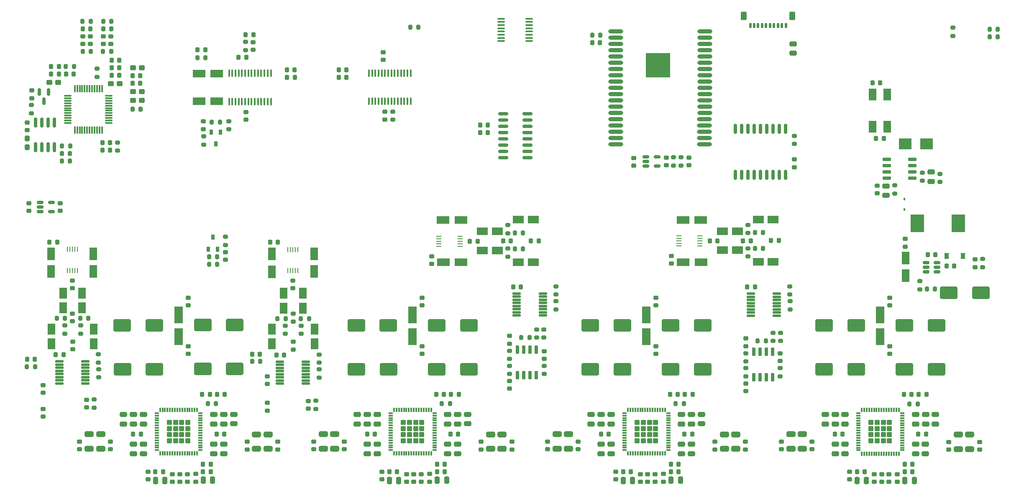
<source format=gbr>
%TF.GenerationSoftware,KiCad,Pcbnew,(6.0.4-0)*%
%TF.CreationDate,2022-05-25T01:46:17+02:00*%
%TF.ProjectId,decaVox,64656361-566f-4782-9e6b-696361645f70,rev?*%
%TF.SameCoordinates,Original*%
%TF.FileFunction,Paste,Top*%
%TF.FilePolarity,Positive*%
%FSLAX46Y46*%
G04 Gerber Fmt 4.6, Leading zero omitted, Abs format (unit mm)*
G04 Created by KiCad (PCBNEW (6.0.4-0)) date 2022-05-25 01:46:17*
%MOMM*%
%LPD*%
G01*
G04 APERTURE LIST*
G04 Aperture macros list*
%AMRoundRect*
0 Rectangle with rounded corners*
0 $1 Rounding radius*
0 $2 $3 $4 $5 $6 $7 $8 $9 X,Y pos of 4 corners*
0 Add a 4 corners polygon primitive as box body*
4,1,4,$2,$3,$4,$5,$6,$7,$8,$9,$2,$3,0*
0 Add four circle primitives for the rounded corners*
1,1,$1+$1,$2,$3*
1,1,$1+$1,$4,$5*
1,1,$1+$1,$6,$7*
1,1,$1+$1,$8,$9*
0 Add four rect primitives between the rounded corners*
20,1,$1+$1,$2,$3,$4,$5,0*
20,1,$1+$1,$4,$5,$6,$7,0*
20,1,$1+$1,$6,$7,$8,$9,0*
20,1,$1+$1,$8,$9,$2,$3,0*%
G04 Aperture macros list end*
%ADD10RoundRect,0.200000X-0.275000X0.200000X-0.275000X-0.200000X0.275000X-0.200000X0.275000X0.200000X0*%
%ADD11R,2.500000X2.300000*%
%ADD12R,0.450000X0.600000*%
%ADD13RoundRect,0.200000X-0.200000X-0.275000X0.200000X-0.275000X0.200000X0.275000X-0.200000X0.275000X0*%
%ADD14RoundRect,0.250000X-0.650000X0.325000X-0.650000X-0.325000X0.650000X-0.325000X0.650000X0.325000X0*%
%ADD15RoundRect,0.225000X0.225000X0.250000X-0.225000X0.250000X-0.225000X-0.250000X0.225000X-0.250000X0*%
%ADD16R,1.498600X2.489200*%
%ADD17RoundRect,0.250000X0.475000X-0.250000X0.475000X0.250000X-0.475000X0.250000X-0.475000X-0.250000X0*%
%ADD18RoundRect,0.250000X0.250000X0.475000X-0.250000X0.475000X-0.250000X-0.475000X0.250000X-0.475000X0*%
%ADD19RoundRect,0.225000X0.250000X-0.225000X0.250000X0.225000X-0.250000X0.225000X-0.250000X-0.225000X0*%
%ADD20RoundRect,0.250000X-0.312500X-0.275000X0.312500X-0.275000X0.312500X0.275000X-0.312500X0.275000X0*%
%ADD21RoundRect,0.100000X0.100000X-0.637500X0.100000X0.637500X-0.100000X0.637500X-0.100000X-0.637500X0*%
%ADD22RoundRect,0.225000X-0.225000X-0.250000X0.225000X-0.250000X0.225000X0.250000X-0.225000X0.250000X0*%
%ADD23RoundRect,0.150000X-0.512500X-0.150000X0.512500X-0.150000X0.512500X0.150000X-0.512500X0.150000X0*%
%ADD24RoundRect,0.218750X-0.218750X-0.256250X0.218750X-0.256250X0.218750X0.256250X-0.218750X0.256250X0*%
%ADD25RoundRect,0.020500X-0.799500X-0.184500X0.799500X-0.184500X0.799500X0.184500X-0.799500X0.184500X0*%
%ADD26RoundRect,0.250000X-0.475000X0.250000X-0.475000X-0.250000X0.475000X-0.250000X0.475000X0.250000X0*%
%ADD27RoundRect,0.225000X-0.250000X0.225000X-0.250000X-0.225000X0.250000X-0.225000X0.250000X0.225000X0*%
%ADD28RoundRect,0.200000X0.200000X0.275000X-0.200000X0.275000X-0.200000X-0.275000X0.200000X-0.275000X0*%
%ADD29RoundRect,0.250000X1.500000X1.000000X-1.500000X1.000000X-1.500000X-1.000000X1.500000X-1.000000X0*%
%ADD30RoundRect,0.250000X1.050000X0.550000X-1.050000X0.550000X-1.050000X-0.550000X1.050000X-0.550000X0*%
%ADD31RoundRect,0.250000X0.550000X-1.050000X0.550000X1.050000X-0.550000X1.050000X-0.550000X-1.050000X0*%
%ADD32RoundRect,0.250000X-1.500000X-1.000000X1.500000X-1.000000X1.500000X1.000000X-1.500000X1.000000X0*%
%ADD33RoundRect,0.250000X-0.550000X1.050000X-0.550000X-1.050000X0.550000X-1.050000X0.550000X1.050000X0*%
%ADD34RoundRect,0.200000X0.275000X-0.200000X0.275000X0.200000X-0.275000X0.200000X-0.275000X-0.200000X0*%
%ADD35RoundRect,0.250000X-1.050000X-0.550000X1.050000X-0.550000X1.050000X0.550000X-1.050000X0.550000X0*%
%ADD36RoundRect,0.250000X0.312500X0.275000X-0.312500X0.275000X-0.312500X-0.275000X0.312500X-0.275000X0*%
%ADD37R,1.800000X3.500000*%
%ADD38R,1.600000X2.200000*%
%ADD39RoundRect,0.218750X-0.256250X0.218750X-0.256250X-0.218750X0.256250X-0.218750X0.256250X0.218750X0*%
%ADD40R,1.100000X0.250000*%
%ADD41R,2.200000X1.600000*%
%ADD42RoundRect,0.250000X-0.250000X-0.475000X0.250000X-0.475000X0.250000X0.475000X-0.250000X0.475000X0*%
%ADD43RoundRect,0.250000X0.277694X0.277694X-0.277694X0.277694X-0.277694X-0.277694X0.277694X-0.277694X0*%
%ADD44RoundRect,0.075000X0.362500X0.075000X-0.362500X0.075000X-0.362500X-0.075000X0.362500X-0.075000X0*%
%ADD45RoundRect,0.075000X0.075000X0.362500X-0.075000X0.362500X-0.075000X-0.362500X0.075000X-0.362500X0*%
%ADD46RoundRect,0.150000X0.725000X0.150000X-0.725000X0.150000X-0.725000X-0.150000X0.725000X-0.150000X0*%
%ADD47R,0.700000X1.000000*%
%ADD48RoundRect,0.075000X-0.075000X0.662500X-0.075000X-0.662500X0.075000X-0.662500X0.075000X0.662500X0*%
%ADD49RoundRect,0.075000X-0.662500X0.075000X-0.662500X-0.075000X0.662500X-0.075000X0.662500X0.075000X0*%
%ADD50R,2.700000X3.600000*%
%ADD51RoundRect,0.150000X0.150000X-0.825000X0.150000X0.825000X-0.150000X0.825000X-0.150000X-0.825000X0*%
%ADD52RoundRect,0.100000X-0.637500X-0.100000X0.637500X-0.100000X0.637500X0.100000X-0.637500X0.100000X0*%
%ADD53R,0.250000X1.100000*%
%ADD54RoundRect,0.150000X0.150000X-0.725000X0.150000X0.725000X-0.150000X0.725000X-0.150000X-0.725000X0*%
%ADD55RoundRect,0.150000X-0.825000X-0.150000X0.825000X-0.150000X0.825000X0.150000X-0.825000X0.150000X0*%
%ADD56RoundRect,0.150000X-0.150000X0.587500X-0.150000X-0.587500X0.150000X-0.587500X0.150000X0.587500X0*%
%ADD57R,0.900000X1.200000*%
%ADD58RoundRect,0.150000X-0.150000X0.875000X-0.150000X-0.875000X0.150000X-0.875000X0.150000X0.875000X0*%
%ADD59RoundRect,0.125000X0.125000X0.375000X-0.125000X0.375000X-0.125000X-0.375000X0.125000X-0.375000X0*%
%ADD60RoundRect,0.250000X0.350000X0.600000X-0.350000X0.600000X-0.350000X-0.600000X0.350000X-0.600000X0*%
%ADD61RoundRect,0.218750X0.256250X-0.218750X0.256250X0.218750X-0.256250X0.218750X-0.256250X-0.218750X0*%
%ADD62O,3.000000X0.900000*%
%ADD63R,5.000000X5.000000*%
%ADD64RoundRect,0.250000X-0.275000X0.312500X-0.275000X-0.312500X0.275000X-0.312500X0.275000X0.312500X0*%
G04 APERTURE END LIST*
D10*
%TO.C,R7*%
X293400000Y-140575000D03*
X293400000Y-142225000D03*
%TD*%
D11*
%TO.C,D7*%
X290700000Y-134500000D03*
X286400000Y-134500000D03*
%TD*%
D12*
%TO.C,D3*%
X286200000Y-145700000D03*
X286200000Y-147800000D03*
%TD*%
D13*
%TO.C,R39*%
X115698000Y-134924800D03*
X117348000Y-134924800D03*
%TD*%
D14*
%TO.C,FB18*%
X218233600Y-193276400D03*
X218233600Y-196226400D03*
%TD*%
D15*
%TO.C,C222*%
X255092200Y-154127200D03*
X253542200Y-154127200D03*
%TD*%
D16*
%TO.C,L6*%
X282750000Y-124548800D03*
X282750000Y-131051200D03*
X279750000Y-124548800D03*
X279750000Y-131051200D03*
%TD*%
D14*
%TO.C,FB16*%
X215896800Y-193278200D03*
X215896800Y-196228200D03*
%TD*%
D17*
%TO.C,C145*%
X270154450Y-191221550D03*
X270154450Y-189321550D03*
%TD*%
D18*
%TO.C,C108*%
X183868150Y-202682600D03*
X181968150Y-202682600D03*
%TD*%
D19*
%TO.C,C214*%
X162433000Y-163743100D03*
X162433000Y-162193100D03*
%TD*%
D13*
%TO.C,R67*%
X255930400Y-155727400D03*
X257580400Y-155727400D03*
%TD*%
D20*
%TO.C,C57*%
X130098800Y-123926600D03*
X131873800Y-123926600D03*
%TD*%
D19*
%TO.C,C94*%
X141222850Y-167221900D03*
X141222850Y-165671900D03*
%TD*%
D21*
%TO.C,U8*%
X177816800Y-125925500D03*
X178466800Y-125925500D03*
X179116800Y-125925500D03*
X179766800Y-125925500D03*
X180416800Y-125925500D03*
X181066800Y-125925500D03*
X181716800Y-125925500D03*
X182366800Y-125925500D03*
X183016800Y-125925500D03*
X183666800Y-125925500D03*
X184316800Y-125925500D03*
X184966800Y-125925500D03*
X185616800Y-125925500D03*
X186266800Y-125925500D03*
X186266800Y-120200500D03*
X185616800Y-120200500D03*
X184966800Y-120200500D03*
X184316800Y-120200500D03*
X183666800Y-120200500D03*
X183016800Y-120200500D03*
X182366800Y-120200500D03*
X181716800Y-120200500D03*
X181066800Y-120200500D03*
X180416800Y-120200500D03*
X179766800Y-120200500D03*
X179116800Y-120200500D03*
X178466800Y-120200500D03*
X177816800Y-120200500D03*
%TD*%
D17*
%TO.C,C151*%
X274193050Y-197241350D03*
X274193050Y-195341350D03*
%TD*%
D22*
%TO.C,C146*%
X289013650Y-193294150D03*
X290563650Y-193294150D03*
%TD*%
D17*
%TO.C,C81*%
X130166750Y-191212000D03*
X130166750Y-189312000D03*
%TD*%
D23*
%TO.C,U4*%
X111258850Y-146354800D03*
X111258850Y-147304800D03*
X111258850Y-148254800D03*
X113533850Y-148254800D03*
X113533850Y-146354800D03*
%TD*%
D24*
%TO.C,FB23*%
X210616800Y-154152600D03*
X212191800Y-154152600D03*
%TD*%
D14*
%TO.C,FB19*%
X249780400Y-193330800D03*
X249780400Y-196280800D03*
%TD*%
D25*
%TO.C,U17*%
X115144800Y-178585400D03*
X115144800Y-179220400D03*
X115144800Y-179855400D03*
X115144800Y-180490400D03*
X115144800Y-181125400D03*
X115144800Y-181760400D03*
X115144800Y-182395400D03*
X115144800Y-183030400D03*
X120414800Y-183030400D03*
X120414800Y-182395400D03*
X120414800Y-181760400D03*
X120414800Y-181125400D03*
X120414800Y-180490400D03*
X120414800Y-179855400D03*
X120414800Y-179220400D03*
X120414800Y-178585400D03*
%TD*%
D26*
%TO.C,C242*%
X291642800Y-140199800D03*
X291642800Y-142099800D03*
%TD*%
D27*
%TO.C,C73*%
X138066150Y-201387200D03*
X138066150Y-202937200D03*
%TD*%
D22*
%TO.C,C37*%
X119912600Y-111277400D03*
X121462600Y-111277400D03*
%TD*%
D19*
%TO.C,C243*%
X280720800Y-144539000D03*
X280720800Y-142989000D03*
%TD*%
D17*
%TO.C,C130*%
X290474450Y-191221550D03*
X290474450Y-189321550D03*
%TD*%
D28*
%TO.C,R47*%
X147116800Y-157378400D03*
X145466800Y-157378400D03*
%TD*%
D10*
%TO.C,R78*%
X289864800Y-140348200D03*
X289864800Y-141998200D03*
%TD*%
D15*
%TO.C,C150*%
X273672650Y-193294150D03*
X272122650Y-193294150D03*
%TD*%
D24*
%TO.C,FB3*%
X161213800Y-119558600D03*
X162788800Y-119558600D03*
%TD*%
D19*
%TO.C,C18*%
X157276800Y-188520000D03*
X157276800Y-186970000D03*
%TD*%
D15*
%TO.C,C82*%
X131652950Y-193284600D03*
X130102950Y-193284600D03*
%TD*%
D13*
%TO.C,R66*%
X255930400Y-152501600D03*
X257580400Y-152501600D03*
%TD*%
%TO.C,R19*%
X154165800Y-178587400D03*
X155815800Y-178587400D03*
%TD*%
D29*
%TO.C,C120*%
X198036750Y-180125100D03*
X191536750Y-180125100D03*
%TD*%
D27*
%TO.C,C104*%
X190121550Y-201361200D03*
X190121550Y-202911200D03*
%TD*%
D28*
%TO.C,R44*%
X288893550Y-187145050D03*
X287243550Y-187145050D03*
%TD*%
D30*
%TO.C,C27*%
X147011800Y-120320600D03*
X143411800Y-120320600D03*
%TD*%
D31*
%TO.C,C6*%
X286461200Y-161210400D03*
X286461200Y-157610400D03*
%TD*%
D27*
%TO.C,C39*%
X125589800Y-112737600D03*
X125589800Y-114287600D03*
%TD*%
D32*
%TO.C,C153*%
X286190150Y-171250000D03*
X292690150Y-171250000D03*
%TD*%
D22*
%TO.C,C8*%
X200342200Y-132232400D03*
X201892200Y-132232400D03*
%TD*%
D33*
%TO.C,C200*%
X113512600Y-156782900D03*
X113512600Y-160382900D03*
%TD*%
D14*
%TO.C,FB14*%
X265564150Y-193288250D03*
X265564150Y-196238250D03*
%TD*%
D19*
%TO.C,C160*%
X301400000Y-196400000D03*
X301400000Y-194850000D03*
%TD*%
D29*
%TO.C,C121*%
X181750000Y-171300000D03*
X175250000Y-171300000D03*
%TD*%
D34*
%TO.C,R75*%
X149479000Y-131598200D03*
X149479000Y-129948200D03*
%TD*%
D17*
%TO.C,C149*%
X272186450Y-191221550D03*
X272186450Y-189321550D03*
%TD*%
D19*
%TO.C,C157*%
X267494550Y-196363450D03*
X267494550Y-194813450D03*
%TD*%
D22*
%TO.C,C197*%
X223049800Y-114050000D03*
X224599800Y-114050000D03*
%TD*%
D14*
%TO.C,FB5*%
X157428050Y-193331300D03*
X157428050Y-196281300D03*
%TD*%
D35*
%TO.C,C230*%
X192865600Y-158496000D03*
X196465600Y-158496000D03*
%TD*%
D19*
%TO.C,C14*%
X115342750Y-148079800D03*
X115342750Y-146529800D03*
%TD*%
D36*
%TO.C,C43*%
X127378000Y-122351800D03*
X125603000Y-122351800D03*
%TD*%
D15*
%TO.C,C2*%
X292481600Y-156967850D03*
X290931600Y-156967850D03*
%TD*%
D10*
%TO.C,R68*%
X215692200Y-163361000D03*
X215692200Y-165011000D03*
%TD*%
D34*
%TO.C,R30*%
X152882600Y-115519000D03*
X152882600Y-113869000D03*
%TD*%
D17*
%TO.C,C77*%
X128134750Y-191212000D03*
X128134750Y-189312000D03*
%TD*%
D22*
%TO.C,C67*%
X144237750Y-199355200D03*
X145787750Y-199355200D03*
%TD*%
D19*
%TO.C,C199*%
X237998000Y-138849400D03*
X237998000Y-137299400D03*
%TD*%
D37*
%TO.C,L3*%
X186648850Y-169136700D03*
X186648850Y-173536700D03*
%TD*%
D38*
%TO.C,C216*%
X160553400Y-164753700D03*
X160553400Y-167753700D03*
%TD*%
D27*
%TO.C,C10*%
X263906000Y-137692800D03*
X263906000Y-139242800D03*
%TD*%
D10*
%TO.C,R65*%
X254508000Y-155664400D03*
X254508000Y-157314400D03*
%TD*%
D19*
%TO.C,C144*%
X275127850Y-202451150D03*
X275127850Y-200901150D03*
%TD*%
D15*
%TO.C,C38*%
X118084600Y-120421400D03*
X116534600Y-120421400D03*
%TD*%
%TO.C,C133*%
X290659350Y-185265450D03*
X289109350Y-185265450D03*
%TD*%
D34*
%TO.C,R20*%
X206314600Y-181089200D03*
X206314600Y-179439200D03*
%TD*%
D15*
%TO.C,C19*%
X110182700Y-178155600D03*
X108632700Y-178155600D03*
%TD*%
D17*
%TO.C,C62*%
X148454750Y-191212000D03*
X148454750Y-189312000D03*
%TD*%
D39*
%TO.C,FB20*%
X117856000Y-174534100D03*
X117856000Y-176109100D03*
%TD*%
D13*
%TO.C,R38*%
X115673600Y-137972800D03*
X117323600Y-137972800D03*
%TD*%
D33*
%TO.C,C203*%
X122047000Y-156757500D03*
X122047000Y-160357500D03*
%TD*%
D22*
%TO.C,C36*%
X124078200Y-111252000D03*
X125628200Y-111252000D03*
%TD*%
D10*
%TO.C,R9*%
X302006000Y-157835600D03*
X302006000Y-159485600D03*
%TD*%
D17*
%TO.C,C95*%
X193779150Y-197231800D03*
X193779150Y-195331800D03*
%TD*%
D14*
%TO.C,FB8*%
X168564050Y-193280500D03*
X168564050Y-196230500D03*
%TD*%
D35*
%TO.C,C233*%
X192840200Y-149961600D03*
X196440200Y-149961600D03*
%TD*%
D13*
%TO.C,R22*%
X208664600Y-173685600D03*
X210314600Y-173685600D03*
%TD*%
D10*
%TO.C,R27*%
X211750200Y-172098600D03*
X211750200Y-173748600D03*
%TD*%
D19*
%TO.C,C212*%
X162483800Y-170470100D03*
X162483800Y-168920100D03*
%TD*%
D17*
%TO.C,C84*%
X132173350Y-191212000D03*
X132173350Y-189312000D03*
%TD*%
D13*
%TO.C,R29*%
X143104600Y-117069400D03*
X144754600Y-117069400D03*
%TD*%
D32*
%TO.C,C88*%
X127914450Y-180175900D03*
X134414450Y-180175900D03*
%TD*%
D40*
%TO.C,U22*%
X191956800Y-153228800D03*
X191956800Y-153728800D03*
X191956800Y-154228800D03*
X191956800Y-154728800D03*
X191956800Y-155228800D03*
X196256800Y-155228800D03*
X196256800Y-154728800D03*
X196256800Y-154228800D03*
X196256800Y-153728800D03*
X196256800Y-153228800D03*
%TD*%
D10*
%TO.C,R21*%
X206314600Y-176404400D03*
X206314600Y-178054400D03*
%TD*%
D34*
%TO.C,R28*%
X182651600Y-129629200D03*
X182651600Y-127979200D03*
%TD*%
D41*
%TO.C,C226*%
X249375800Y-156057600D03*
X252375800Y-156057600D03*
%TD*%
D27*
%TO.C,C50*%
X108610400Y-130185900D03*
X108610400Y-131735900D03*
%TD*%
D30*
%TO.C,C28*%
X147011800Y-125908600D03*
X143411800Y-125908600D03*
%TD*%
D28*
%TO.C,R36*%
X121524800Y-115773200D03*
X119874800Y-115773200D03*
%TD*%
D14*
%TO.C,FB10*%
X170900850Y-193278700D03*
X170900850Y-196228700D03*
%TD*%
D29*
%TO.C,C154*%
X292700050Y-180134650D03*
X286200050Y-180134650D03*
%TD*%
D14*
%TO.C,FB7*%
X155091250Y-193333100D03*
X155091250Y-196283100D03*
%TD*%
D22*
%TO.C,C101*%
X191594150Y-199355200D03*
X193144150Y-199355200D03*
%TD*%
D17*
%TO.C,C132*%
X288442450Y-191221550D03*
X288442450Y-189321550D03*
%TD*%
D15*
%TO.C,C207*%
X115989400Y-177226500D03*
X114439400Y-177226500D03*
%TD*%
D34*
%TO.C,R64*%
X254508000Y-152576800D03*
X254508000Y-150926800D03*
%TD*%
D14*
%TO.C,FB12*%
X263227350Y-193290050D03*
X263227350Y-196240050D03*
%TD*%
D15*
%TO.C,C227*%
X255943400Y-163474400D03*
X254393400Y-163474400D03*
%TD*%
D38*
%TO.C,C205*%
X119761000Y-164728300D03*
X119761000Y-167728300D03*
%TD*%
D22*
%TO.C,C4*%
X294728600Y-159207200D03*
X296278600Y-159207200D03*
%TD*%
%TO.C,C56*%
X129984200Y-122250200D03*
X131534200Y-122250200D03*
%TD*%
D27*
%TO.C,C139*%
X283083050Y-201383750D03*
X283083050Y-202933750D03*
%TD*%
%TO.C,C127*%
X188579250Y-175489300D03*
X188579250Y-177039300D03*
%TD*%
D17*
%TO.C,C98*%
X193779150Y-191212000D03*
X193779150Y-189312000D03*
%TD*%
D19*
%TO.C,C194*%
X254050000Y-196391800D03*
X254050000Y-194841800D03*
%TD*%
D27*
%TO.C,C15*%
X111887000Y-183349600D03*
X111887000Y-184899600D03*
%TD*%
D15*
%TO.C,C58*%
X131559600Y-127457200D03*
X130009600Y-127457200D03*
%TD*%
%TO.C,C20*%
X155765800Y-177088800D03*
X154215800Y-177088800D03*
%TD*%
D28*
%TO.C,R31*%
X125678200Y-109728000D03*
X124028200Y-109728000D03*
%TD*%
D10*
%TO.C,R50*%
X123083800Y-177138500D03*
X123083800Y-178788500D03*
%TD*%
%TO.C,R51*%
X123088400Y-180147500D03*
X123088400Y-181797500D03*
%TD*%
D22*
%TO.C,C46*%
X125753300Y-120675400D03*
X127303300Y-120675400D03*
%TD*%
D19*
%TO.C,C92*%
X159350000Y-196394100D03*
X159350000Y-194844100D03*
%TD*%
D23*
%TO.C,U1*%
X290569100Y-158557850D03*
X290569100Y-159507850D03*
X290569100Y-160457850D03*
X292844100Y-160457850D03*
X292844100Y-159507850D03*
X292844100Y-158557850D03*
%TD*%
D22*
%TO.C,C180*%
X241683100Y-193282300D03*
X243233100Y-193282300D03*
%TD*%
D10*
%TO.C,R54*%
X119456200Y-171282900D03*
X119456200Y-172932900D03*
%TD*%
D15*
%TO.C,C116*%
X179009350Y-193250000D03*
X177459350Y-193250000D03*
%TD*%
D32*
%TO.C,C156*%
X269934150Y-180185450D03*
X276434150Y-180185450D03*
%TD*%
D15*
%TO.C,C237*%
X208597800Y-163449000D03*
X207047800Y-163449000D03*
%TD*%
D22*
%TO.C,C52*%
X123875000Y-134289800D03*
X125425000Y-134289800D03*
%TD*%
D29*
%TO.C,C155*%
X276434150Y-171300000D03*
X269934150Y-171300000D03*
%TD*%
D39*
%TO.C,D6*%
X144297800Y-129977400D03*
X144297800Y-131552400D03*
%TD*%
D17*
%TO.C,C147*%
X292481050Y-191206350D03*
X292481050Y-189306350D03*
%TD*%
D42*
%TO.C,C69*%
X144289150Y-202631800D03*
X146189150Y-202631800D03*
%TD*%
D10*
%TO.C,R56*%
X167737000Y-177163900D03*
X167737000Y-178813900D03*
%TD*%
D15*
%TO.C,C184*%
X226342100Y-193250000D03*
X224792100Y-193250000D03*
%TD*%
D10*
%TO.C,R10*%
X296000000Y-111000000D03*
X296000000Y-112650000D03*
%TD*%
D15*
%TO.C,C240*%
X281276000Y-122161200D03*
X279726000Y-122161200D03*
%TD*%
D41*
%TO.C,C225*%
X249375800Y-152196800D03*
X252375800Y-152196800D03*
%TD*%
D10*
%TO.C,R14*%
X261077000Y-179927800D03*
X261077000Y-181577800D03*
%TD*%
D34*
%TO.C,R23*%
X122199400Y-187933600D03*
X122199400Y-186283600D03*
%TD*%
D15*
%TO.C,C201*%
X114731800Y-154417300D03*
X113181800Y-154417300D03*
%TD*%
D17*
%TO.C,C113*%
X197817750Y-191196800D03*
X197817750Y-189296800D03*
%TD*%
D19*
%TO.C,C124*%
X166633650Y-196341500D03*
X166633650Y-194791500D03*
%TD*%
%TO.C,C110*%
X180464550Y-202441600D03*
X180464550Y-200891600D03*
%TD*%
D43*
%TO.C,U11*%
X187269650Y-190920350D03*
X187269650Y-194632850D03*
X184794650Y-194632850D03*
X184794650Y-192157850D03*
X186032150Y-193395350D03*
X188507150Y-194632850D03*
X186032150Y-192157850D03*
X187269650Y-193395350D03*
X188507150Y-193395350D03*
X184794650Y-190920350D03*
X187269650Y-192157850D03*
X184794650Y-193395350D03*
X186032150Y-194632850D03*
X186032150Y-190920350D03*
X188507150Y-190920350D03*
X188507150Y-192157850D03*
D44*
X191088400Y-196526600D03*
X191088400Y-196026600D03*
X191088400Y-195526600D03*
X191088400Y-195026600D03*
X191088400Y-194526600D03*
X191088400Y-194026600D03*
X191088400Y-193526600D03*
X191088400Y-193026600D03*
X191088400Y-192526600D03*
X191088400Y-192026600D03*
X191088400Y-191526600D03*
X191088400Y-191026600D03*
X191088400Y-190526600D03*
X191088400Y-190026600D03*
X191088400Y-189526600D03*
X191088400Y-189026600D03*
D45*
X190400900Y-188339100D03*
X189900900Y-188339100D03*
X189400900Y-188339100D03*
X188900900Y-188339100D03*
X188400900Y-188339100D03*
X187900900Y-188339100D03*
X187400900Y-188339100D03*
X186900900Y-188339100D03*
X186400900Y-188339100D03*
X185900900Y-188339100D03*
X185400900Y-188339100D03*
X184900900Y-188339100D03*
X184400900Y-188339100D03*
X183900900Y-188339100D03*
X183400900Y-188339100D03*
X182900900Y-188339100D03*
D44*
X182213400Y-189026600D03*
X182213400Y-189526600D03*
X182213400Y-190026600D03*
X182213400Y-190526600D03*
X182213400Y-191026600D03*
X182213400Y-191526600D03*
X182213400Y-192026600D03*
X182213400Y-192526600D03*
X182213400Y-193026600D03*
X182213400Y-193526600D03*
X182213400Y-194026600D03*
X182213400Y-194526600D03*
X182213400Y-195026600D03*
X182213400Y-195526600D03*
X182213400Y-196026600D03*
X182213400Y-196526600D03*
D45*
X182900900Y-197214100D03*
X183400900Y-197214100D03*
X183900900Y-197214100D03*
X184400900Y-197214100D03*
X184900900Y-197214100D03*
X185400900Y-197214100D03*
X185900900Y-197214100D03*
X186400900Y-197214100D03*
X186900900Y-197214100D03*
X187400900Y-197214100D03*
X187900900Y-197214100D03*
X188400900Y-197214100D03*
X188900900Y-197214100D03*
X189400900Y-197214100D03*
X189900900Y-197214100D03*
X190400900Y-197214100D03*
%TD*%
D39*
%TO.C,FB21*%
X162509200Y-174559500D03*
X162509200Y-176134500D03*
%TD*%
D13*
%TO.C,R17*%
X256506000Y-174365000D03*
X258156000Y-174365000D03*
%TD*%
D46*
%TO.C,Q4*%
X287817000Y-141452600D03*
X287817000Y-140182600D03*
X287817000Y-138912600D03*
X287817000Y-137642600D03*
X282667000Y-137642600D03*
X282667000Y-138912600D03*
X282667000Y-140182600D03*
X282667000Y-141452600D03*
%TD*%
D38*
%TO.C,C215*%
X164414200Y-164753700D03*
X164414200Y-167753700D03*
%TD*%
D19*
%TO.C,C26*%
X152900000Y-129650000D03*
X152900000Y-128100000D03*
%TD*%
D13*
%TO.C,R72*%
X207365600Y-152552400D03*
X209015600Y-152552400D03*
%TD*%
D27*
%TO.C,C24*%
X206314600Y-173418600D03*
X206314600Y-174968600D03*
%TD*%
D37*
%TO.C,L2*%
X139292450Y-169136700D03*
X139292450Y-173536700D03*
%TD*%
D19*
%TO.C,C106*%
X186921150Y-202924800D03*
X186921150Y-201374800D03*
%TD*%
D22*
%TO.C,C44*%
X125766300Y-117627400D03*
X127316300Y-117627400D03*
%TD*%
D13*
%TO.C,R52*%
X119381000Y-169860500D03*
X121031000Y-169860500D03*
%TD*%
D22*
%TO.C,C112*%
X194350350Y-193284600D03*
X195900350Y-193284600D03*
%TD*%
D10*
%TO.C,R6*%
X239495880Y-137250136D03*
X239495880Y-138900136D03*
%TD*%
D27*
%TO.C,C13*%
X261077000Y-176942800D03*
X261077000Y-178492800D03*
%TD*%
%TO.C,C29*%
X180670200Y-115938000D03*
X180670200Y-117488000D03*
%TD*%
D14*
%TO.C,FB11*%
X202447650Y-193333100D03*
X202447650Y-196283100D03*
%TD*%
D10*
%TO.C,R11*%
X263906000Y-132880600D03*
X263906000Y-134530600D03*
%TD*%
D19*
%TO.C,C193*%
X247850000Y-196391800D03*
X247850000Y-194841800D03*
%TD*%
D28*
%TO.C,R43*%
X194230250Y-187135500D03*
X192580250Y-187135500D03*
%TD*%
D17*
%TO.C,C181*%
X245150500Y-191194500D03*
X245150500Y-189294500D03*
%TD*%
D19*
%TO.C,C140*%
X281584450Y-202934350D03*
X281584450Y-201384350D03*
%TD*%
D15*
%TO.C,C211*%
X159385000Y-154442700D03*
X157835000Y-154442700D03*
%TD*%
D47*
%TO.C,Q3*%
X147802600Y-132157000D03*
X145902600Y-132157000D03*
X146852600Y-134557000D03*
%TD*%
D19*
%TO.C,C17*%
X111861600Y-189725600D03*
X111861600Y-188175600D03*
%TD*%
D28*
%TO.C,R42*%
X146873850Y-187135500D03*
X145223850Y-187135500D03*
%TD*%
D22*
%TO.C,C169*%
X238926900Y-199352900D03*
X240476900Y-199352900D03*
%TD*%
D36*
%TO.C,C45*%
X114945900Y-122097800D03*
X113170900Y-122097800D03*
%TD*%
D43*
%TO.C,U13*%
X233364900Y-193393050D03*
X235839900Y-192155550D03*
X233364900Y-194630550D03*
X232127400Y-193393050D03*
X234602400Y-193393050D03*
X235839900Y-190918050D03*
X234602400Y-192155550D03*
X234602400Y-194630550D03*
X235839900Y-193393050D03*
X232127400Y-192155550D03*
X232127400Y-194630550D03*
X234602400Y-190918050D03*
X235839900Y-194630550D03*
X232127400Y-190918050D03*
X233364900Y-190918050D03*
X233364900Y-192155550D03*
D44*
X238421150Y-196524300D03*
X238421150Y-196024300D03*
X238421150Y-195524300D03*
X238421150Y-195024300D03*
X238421150Y-194524300D03*
X238421150Y-194024300D03*
X238421150Y-193524300D03*
X238421150Y-193024300D03*
X238421150Y-192524300D03*
X238421150Y-192024300D03*
X238421150Y-191524300D03*
X238421150Y-191024300D03*
X238421150Y-190524300D03*
X238421150Y-190024300D03*
X238421150Y-189524300D03*
X238421150Y-189024300D03*
D45*
X237733650Y-188336800D03*
X237233650Y-188336800D03*
X236733650Y-188336800D03*
X236233650Y-188336800D03*
X235733650Y-188336800D03*
X235233650Y-188336800D03*
X234733650Y-188336800D03*
X234233650Y-188336800D03*
X233733650Y-188336800D03*
X233233650Y-188336800D03*
X232733650Y-188336800D03*
X232233650Y-188336800D03*
X231733650Y-188336800D03*
X231233650Y-188336800D03*
X230733650Y-188336800D03*
X230233650Y-188336800D03*
D44*
X229546150Y-189024300D03*
X229546150Y-189524300D03*
X229546150Y-190024300D03*
X229546150Y-190524300D03*
X229546150Y-191024300D03*
X229546150Y-191524300D03*
X229546150Y-192024300D03*
X229546150Y-192524300D03*
X229546150Y-193024300D03*
X229546150Y-193524300D03*
X229546150Y-194024300D03*
X229546150Y-194524300D03*
X229546150Y-195024300D03*
X229546150Y-195524300D03*
X229546150Y-196024300D03*
X229546150Y-196524300D03*
D45*
X230233650Y-197211800D03*
X230733650Y-197211800D03*
X231233650Y-197211800D03*
X231733650Y-197211800D03*
X232233650Y-197211800D03*
X232733650Y-197211800D03*
X233233650Y-197211800D03*
X233733650Y-197211800D03*
X234233650Y-197211800D03*
X234733650Y-197211800D03*
X235233650Y-197211800D03*
X235733650Y-197211800D03*
X236233650Y-197211800D03*
X236733650Y-197211800D03*
X237233650Y-197211800D03*
X237733650Y-197211800D03*
%TD*%
D17*
%TO.C,C164*%
X243143900Y-191209700D03*
X243143900Y-189309700D03*
%TD*%
D34*
%TO.C,R49*%
X148793200Y-154990800D03*
X148793200Y-153340800D03*
%TD*%
D24*
%TO.C,FB1*%
X200329700Y-130708400D03*
X201904700Y-130708400D03*
%TD*%
D17*
%TO.C,C186*%
X226862500Y-191209700D03*
X226862500Y-189309700D03*
%TD*%
%TO.C,C79*%
X150461350Y-191196800D03*
X150461350Y-189296800D03*
%TD*%
D38*
%TO.C,C219*%
X158191200Y-175019500D03*
X158191200Y-172019500D03*
%TD*%
D27*
%TO.C,C70*%
X142765150Y-201361200D03*
X142765150Y-202911200D03*
%TD*%
D41*
%TO.C,C236*%
X200811000Y-156108400D03*
X203811000Y-156108400D03*
%TD*%
D19*
%TO.C,C162*%
X283242550Y-167231450D03*
X283242550Y-165681450D03*
%TD*%
D33*
%TO.C,C213*%
X166700200Y-156782900D03*
X166700200Y-160382900D03*
%TD*%
D10*
%TO.C,R57*%
X167741600Y-180172900D03*
X167741600Y-181822900D03*
%TD*%
D32*
%TO.C,C122*%
X175270850Y-180175900D03*
X181770850Y-180175900D03*
%TD*%
D17*
%TO.C,C63*%
X148429350Y-197221600D03*
X148429350Y-195321600D03*
%TD*%
D19*
%TO.C,C174*%
X234253900Y-202922500D03*
X234253900Y-201372500D03*
%TD*%
D10*
%TO.C,R24*%
X167030400Y-186525400D03*
X167030400Y-188175400D03*
%TD*%
D27*
%TO.C,C40*%
X124091200Y-112737600D03*
X124091200Y-114287600D03*
%TD*%
D34*
%TO.C,R34*%
X122783600Y-120941600D03*
X122783600Y-119291600D03*
%TD*%
D17*
%TO.C,C163*%
X241111900Y-197229500D03*
X241111900Y-195329500D03*
%TD*%
D14*
%TO.C,FB15*%
X297110950Y-193342650D03*
X297110950Y-196292650D03*
%TD*%
D27*
%TO.C,C16*%
X157276800Y-181584600D03*
X157276800Y-183134600D03*
%TD*%
D34*
%TO.C,R37*%
X109524800Y-128306800D03*
X109524800Y-126656800D03*
%TD*%
D48*
%TO.C,IC1*%
X123781000Y-123370900D03*
X123281000Y-123370900D03*
X122781000Y-123370900D03*
X122281000Y-123370900D03*
X121781000Y-123370900D03*
X121281000Y-123370900D03*
X120781000Y-123370900D03*
X120281000Y-123370900D03*
X119781000Y-123370900D03*
X119281000Y-123370900D03*
X118781000Y-123370900D03*
X118281000Y-123370900D03*
D49*
X116868500Y-124783400D03*
X116868500Y-125283400D03*
X116868500Y-125783400D03*
X116868500Y-126283400D03*
X116868500Y-126783400D03*
X116868500Y-127283400D03*
X116868500Y-127783400D03*
X116868500Y-128283400D03*
X116868500Y-128783400D03*
X116868500Y-129283400D03*
X116868500Y-129783400D03*
X116868500Y-130283400D03*
D48*
X118281000Y-131695900D03*
X118781000Y-131695900D03*
X119281000Y-131695900D03*
X119781000Y-131695900D03*
X120281000Y-131695900D03*
X120781000Y-131695900D03*
X121281000Y-131695900D03*
X121781000Y-131695900D03*
X122281000Y-131695900D03*
X122781000Y-131695900D03*
X123281000Y-131695900D03*
X123781000Y-131695900D03*
D49*
X125193500Y-130283400D03*
X125193500Y-129783400D03*
X125193500Y-129283400D03*
X125193500Y-128783400D03*
X125193500Y-128283400D03*
X125193500Y-127783400D03*
X125193500Y-127283400D03*
X125193500Y-126783400D03*
X125193500Y-126283400D03*
X125193500Y-125783400D03*
X125193500Y-125283400D03*
X125193500Y-124783400D03*
%TD*%
D28*
%TO.C,R53*%
X116293400Y-169860500D03*
X114643400Y-169860500D03*
%TD*%
D17*
%TO.C,C96*%
X195811150Y-191212000D03*
X195811150Y-189312000D03*
%TD*%
D15*
%TO.C,C217*%
X160642600Y-177251900D03*
X159092600Y-177251900D03*
%TD*%
D19*
%TO.C,C31*%
X181076600Y-129578400D03*
X181076600Y-128028400D03*
%TD*%
D10*
%TO.C,R25*%
X213325000Y-179439200D03*
X213325000Y-181089200D03*
%TD*%
D32*
%TO.C,C187*%
X238850000Y-171250000D03*
X245350000Y-171250000D03*
%TD*%
D25*
%TO.C,U19*%
X159798000Y-178610800D03*
X159798000Y-179245800D03*
X159798000Y-179880800D03*
X159798000Y-180515800D03*
X159798000Y-181150800D03*
X159798000Y-181785800D03*
X159798000Y-182420800D03*
X159798000Y-183055800D03*
X165068000Y-183055800D03*
X165068000Y-182420800D03*
X165068000Y-181785800D03*
X165068000Y-181150800D03*
X165068000Y-180515800D03*
X165068000Y-179880800D03*
X165068000Y-179245800D03*
X165068000Y-178610800D03*
%TD*%
D19*
%TO.C,C90*%
X119277250Y-196341500D03*
X119277250Y-194791500D03*
%TD*%
D14*
%TO.C,FB13*%
X299447750Y-193340850D03*
X299447750Y-196290850D03*
%TD*%
D27*
%TO.C,C221*%
X239064800Y-157226000D03*
X239064800Y-158776000D03*
%TD*%
%TO.C,C23*%
X213325000Y-176478800D03*
X213325000Y-178028800D03*
%TD*%
D19*
%TO.C,C30*%
X206314600Y-184087200D03*
X206314600Y-182537200D03*
%TD*%
D22*
%TO.C,C49*%
X113512000Y-118872000D03*
X115062000Y-118872000D03*
%TD*%
D27*
%TO.C,C71*%
X141063350Y-201374200D03*
X141063350Y-202924200D03*
%TD*%
D15*
%TO.C,C224*%
X248365200Y-154178000D03*
X246815200Y-154178000D03*
%TD*%
D19*
%TO.C,C204*%
X117779800Y-163717700D03*
X117779800Y-162167700D03*
%TD*%
D18*
%TO.C,C142*%
X278531450Y-202692150D03*
X276631450Y-202692150D03*
%TD*%
%TO.C,C176*%
X231200900Y-202680300D03*
X229300900Y-202680300D03*
%TD*%
D50*
%TO.C,L1*%
X297113600Y-150571200D03*
X288813600Y-150571200D03*
%TD*%
D10*
%TO.C,R69*%
X215696800Y-166370000D03*
X215696800Y-168020000D03*
%TD*%
%TO.C,R71*%
X205943200Y-155715200D03*
X205943200Y-157365200D03*
%TD*%
D27*
%TO.C,C41*%
X121449600Y-112763000D03*
X121449600Y-114313000D03*
%TD*%
D35*
%TO.C,C220*%
X241430400Y-158445200D03*
X245030400Y-158445200D03*
%TD*%
D19*
%TO.C,C128*%
X188579250Y-167221900D03*
X188579250Y-165671900D03*
%TD*%
D37*
%TO.C,L5*%
X233981600Y-169134400D03*
X233981600Y-173534400D03*
%TD*%
D22*
%TO.C,C32*%
X171716400Y-121031000D03*
X173266400Y-121031000D03*
%TD*%
D27*
%TO.C,C1*%
X300482000Y-157911200D03*
X300482000Y-159461200D03*
%TD*%
D22*
%TO.C,C78*%
X146993950Y-193284600D03*
X148543950Y-193284600D03*
%TD*%
D17*
%TO.C,C179*%
X222823900Y-191209700D03*
X222823900Y-189309700D03*
%TD*%
D10*
%TO.C,R41*%
X126910600Y-134226800D03*
X126910600Y-135876800D03*
%TD*%
D17*
%TO.C,C185*%
X226862500Y-197229500D03*
X226862500Y-195329500D03*
%TD*%
D41*
%TO.C,C238*%
X211076800Y-149860000D03*
X208076800Y-149860000D03*
%TD*%
D22*
%TO.C,C170*%
X238756800Y-185253600D03*
X240306800Y-185253600D03*
%TD*%
D27*
%TO.C,C11*%
X254092000Y-173920200D03*
X254092000Y-175470200D03*
%TD*%
D23*
%TO.C,U15*%
X233863300Y-137124400D03*
X233863300Y-138074400D03*
X233863300Y-139024400D03*
X236138300Y-139024400D03*
X236138300Y-137124400D03*
%TD*%
D25*
%TO.C,U23*%
X207753200Y-164807900D03*
X207753200Y-165442900D03*
X207753200Y-166077900D03*
X207753200Y-166712900D03*
X207753200Y-167347900D03*
X207753200Y-167982900D03*
X207753200Y-168617900D03*
X207753200Y-169252900D03*
X213023200Y-169252900D03*
X213023200Y-168617900D03*
X213023200Y-167982900D03*
X213023200Y-167347900D03*
X213023200Y-166712900D03*
X213023200Y-166077900D03*
X213023200Y-165442900D03*
X213023200Y-164807900D03*
%TD*%
D17*
%TO.C,C83*%
X132173350Y-197231800D03*
X132173350Y-195331800D03*
%TD*%
D38*
%TO.C,C209*%
X113538000Y-174994100D03*
X113538000Y-171994100D03*
%TD*%
D25*
%TO.C,U21*%
X255098800Y-164833300D03*
X255098800Y-165468300D03*
X255098800Y-166103300D03*
X255098800Y-166738300D03*
X255098800Y-167373300D03*
X255098800Y-168008300D03*
X255098800Y-168643300D03*
X255098800Y-169278300D03*
X260368800Y-169278300D03*
X260368800Y-168643300D03*
X260368800Y-168008300D03*
X260368800Y-167373300D03*
X260368800Y-166738300D03*
X260368800Y-166103300D03*
X260368800Y-165468300D03*
X260368800Y-164833300D03*
%TD*%
D22*
%TO.C,C100*%
X191594750Y-200879200D03*
X193144750Y-200879200D03*
%TD*%
D32*
%TO.C,C7*%
X295190100Y-164642800D03*
X301690100Y-164642800D03*
%TD*%
D10*
%TO.C,R76*%
X144348600Y-133001000D03*
X144348600Y-134651000D03*
%TD*%
D17*
%TO.C,C182*%
X224855900Y-197239700D03*
X224855900Y-195339700D03*
%TD*%
D51*
%TO.C,IC2*%
X110337600Y-135190000D03*
X111607600Y-135190000D03*
X112877600Y-135190000D03*
X114147600Y-135190000D03*
X114147600Y-130240000D03*
X112877600Y-130240000D03*
X111607600Y-130240000D03*
X110337600Y-130240000D03*
%TD*%
D13*
%TO.C,R35*%
X124016000Y-115773200D03*
X125666000Y-115773200D03*
%TD*%
D27*
%TO.C,C231*%
X190500000Y-157276800D03*
X190500000Y-158826800D03*
%TD*%
D17*
%TO.C,C111*%
X175491150Y-191212000D03*
X175491150Y-189312000D03*
%TD*%
D52*
%TO.C,U7*%
X204553900Y-109180200D03*
X204553900Y-109830200D03*
X204553900Y-110480200D03*
X204553900Y-111130200D03*
X204553900Y-111780200D03*
X204553900Y-112430200D03*
X204553900Y-113080200D03*
X204553900Y-113730200D03*
X210278900Y-113730200D03*
X210278900Y-113080200D03*
X210278900Y-112430200D03*
X210278900Y-111780200D03*
X210278900Y-111130200D03*
X210278900Y-110480200D03*
X210278900Y-109830200D03*
X210278900Y-109180200D03*
%TD*%
D10*
%TO.C,R13*%
X261102400Y-172778000D03*
X261102400Y-174428000D03*
%TD*%
D29*
%TO.C,C86*%
X150680350Y-180050000D03*
X144180350Y-180050000D03*
%TD*%
D27*
%TO.C,C198*%
X231387500Y-137363200D03*
X231387500Y-138913200D03*
%TD*%
D28*
%TO.C,R4*%
X305105700Y-112874000D03*
X303455700Y-112874000D03*
%TD*%
D53*
%TO.C,U16*%
X118779800Y-155874100D03*
X118279800Y-155874100D03*
X117779800Y-155874100D03*
X117279800Y-155874100D03*
X116779800Y-155874100D03*
X116779800Y-160174100D03*
X117279800Y-160174100D03*
X117779800Y-160174100D03*
X118279800Y-160174100D03*
X118779800Y-160174100D03*
%TD*%
D39*
%TO.C,D1*%
X242594680Y-137287736D03*
X242594680Y-138862736D03*
%TD*%
D17*
%TO.C,C244*%
X282498800Y-144932400D03*
X282498800Y-143032400D03*
%TD*%
D54*
%TO.C,U5*%
X255692200Y-181791400D03*
X256962200Y-181791400D03*
X258232200Y-181791400D03*
X259502200Y-181791400D03*
X259502200Y-176641400D03*
X258232200Y-176641400D03*
X256962200Y-176641400D03*
X255692200Y-176641400D03*
%TD*%
D28*
%TO.C,R45*%
X241563000Y-187133200D03*
X239913000Y-187133200D03*
%TD*%
D19*
%TO.C,C191*%
X220164000Y-196351600D03*
X220164000Y-194801600D03*
%TD*%
D15*
%TO.C,C232*%
X206527400Y-154178000D03*
X204977400Y-154178000D03*
%TD*%
D13*
%TO.C,R40*%
X115672600Y-136448800D03*
X117322600Y-136448800D03*
%TD*%
D15*
%TO.C,C54*%
X125412000Y-135813800D03*
X123862000Y-135813800D03*
%TD*%
D41*
%TO.C,C228*%
X259641600Y-149809200D03*
X256641600Y-149809200D03*
%TD*%
D13*
%TO.C,R73*%
X207365600Y-155778200D03*
X209015600Y-155778200D03*
%TD*%
D19*
%TO.C,C202*%
X117830600Y-170444700D03*
X117830600Y-168894700D03*
%TD*%
D17*
%TO.C,C131*%
X290449050Y-197231150D03*
X290449050Y-195331150D03*
%TD*%
D22*
%TO.C,C75*%
X134598750Y-200930000D03*
X136148750Y-200930000D03*
%TD*%
D15*
%TO.C,C47*%
X127303900Y-119151400D03*
X125753900Y-119151400D03*
%TD*%
D55*
%TO.C,U2*%
X204992200Y-128397000D03*
X204992200Y-129667000D03*
X204992200Y-130937000D03*
X204992200Y-132207000D03*
X204992200Y-133477000D03*
X204992200Y-134747000D03*
X204992200Y-136017000D03*
X204992200Y-137287000D03*
X209942200Y-137287000D03*
X209942200Y-136017000D03*
X209942200Y-134747000D03*
X209942200Y-133477000D03*
X209942200Y-132207000D03*
X209942200Y-130937000D03*
X209942200Y-129667000D03*
X209942200Y-128397000D03*
%TD*%
D18*
%TO.C,C74*%
X136535200Y-202692000D03*
X134635200Y-202692000D03*
%TD*%
D32*
%TO.C,C119*%
X191526850Y-171250000D03*
X198026850Y-171250000D03*
%TD*%
D17*
%TO.C,C115*%
X177523150Y-191212000D03*
X177523150Y-189312000D03*
%TD*%
D13*
%TO.C,R5*%
X290767000Y-163880800D03*
X292417000Y-163880800D03*
%TD*%
D15*
%TO.C,C241*%
X282025000Y-133400000D03*
X280475000Y-133400000D03*
%TD*%
D29*
%TO.C,C189*%
X229103600Y-171300000D03*
X222603600Y-171300000D03*
%TD*%
D22*
%TO.C,C135*%
X286257450Y-199364750D03*
X287807450Y-199364750D03*
%TD*%
%TO.C,C177*%
X229287900Y-200927700D03*
X230837900Y-200927700D03*
%TD*%
D19*
%TO.C,C123*%
X172831250Y-196353900D03*
X172831250Y-194803900D03*
%TD*%
D17*
%TO.C,C80*%
X130166750Y-197242000D03*
X130166750Y-195342000D03*
%TD*%
D27*
%TO.C,C59*%
X109550000Y-123725000D03*
X109550000Y-125275000D03*
%TD*%
D19*
%TO.C,C9*%
X254092000Y-184563400D03*
X254092000Y-183013400D03*
%TD*%
D27*
%TO.C,C172*%
X237454300Y-201358900D03*
X237454300Y-202908900D03*
%TD*%
D13*
%TO.C,R48*%
X145466800Y-158902400D03*
X147116800Y-158902400D03*
%TD*%
D17*
%TO.C,C183*%
X224855900Y-191209700D03*
X224855900Y-189309700D03*
%TD*%
D10*
%TO.C,R61*%
X160883600Y-171308300D03*
X160883600Y-172958300D03*
%TD*%
D27*
%TO.C,C175*%
X232755300Y-201384900D03*
X232755300Y-202934900D03*
%TD*%
D17*
%TO.C,C152*%
X274193050Y-191221550D03*
X274193050Y-189321550D03*
%TD*%
D10*
%TO.C,R16*%
X254092000Y-176918200D03*
X254092000Y-178568200D03*
%TD*%
D20*
%TO.C,C60*%
X130088200Y-125755400D03*
X131863200Y-125755400D03*
%TD*%
D10*
%TO.C,R60*%
X164109400Y-171308300D03*
X164109400Y-172958300D03*
%TD*%
D56*
%TO.C,Q1*%
X112983650Y-124036250D03*
X111083650Y-124036250D03*
X112033650Y-125911250D03*
%TD*%
D27*
%TO.C,C3*%
X286359600Y-153758600D03*
X286359600Y-155308600D03*
%TD*%
D42*
%TO.C,C103*%
X191645550Y-202631800D03*
X193545550Y-202631800D03*
%TD*%
D15*
%TO.C,C65*%
X148639650Y-185255900D03*
X147089650Y-185255900D03*
%TD*%
D17*
%TO.C,C118*%
X179529750Y-191212000D03*
X179529750Y-189312000D03*
%TD*%
D19*
%TO.C,C91*%
X153150000Y-196394100D03*
X153150000Y-194844100D03*
%TD*%
D15*
%TO.C,C234*%
X199800400Y-154228800D03*
X198250400Y-154228800D03*
%TD*%
D14*
%TO.C,FB17*%
X252117200Y-193329000D03*
X252117200Y-196279000D03*
%TD*%
D19*
%TO.C,C126*%
X206750000Y-196394100D03*
X206750000Y-194844100D03*
%TD*%
D27*
%TO.C,C105*%
X188419750Y-201374200D03*
X188419750Y-202924200D03*
%TD*%
D14*
%TO.C,FB9*%
X204784450Y-193331300D03*
X204784450Y-196281300D03*
%TD*%
D34*
%TO.C,R70*%
X205943200Y-152627600D03*
X205943200Y-150977600D03*
%TD*%
D27*
%TO.C,C161*%
X283242550Y-175498850D03*
X283242550Y-177048850D03*
%TD*%
D22*
%TO.C,C55*%
X129971200Y-120726200D03*
X131521200Y-120726200D03*
%TD*%
D14*
%TO.C,FB6*%
X123544450Y-193278700D03*
X123544450Y-196228700D03*
%TD*%
D27*
%TO.C,C22*%
X165531800Y-186575400D03*
X165531800Y-188125400D03*
%TD*%
D29*
%TO.C,C87*%
X134400000Y-171300000D03*
X127900000Y-171300000D03*
%TD*%
D28*
%TO.C,R3*%
X305117900Y-111350000D03*
X303467900Y-111350000D03*
%TD*%
D22*
%TO.C,C66*%
X144238350Y-200879200D03*
X145788350Y-200879200D03*
%TD*%
%TO.C,C168*%
X238927500Y-200876900D03*
X240477500Y-200876900D03*
%TD*%
D34*
%TO.C,R15*%
X254092000Y-181590800D03*
X254092000Y-179940800D03*
%TD*%
D15*
%TO.C,C99*%
X195996050Y-185255900D03*
X194446050Y-185255900D03*
%TD*%
D32*
%TO.C,C85*%
X144170450Y-171200000D03*
X150670450Y-171200000D03*
%TD*%
D27*
%TO.C,C93*%
X141222850Y-175489300D03*
X141222850Y-177039300D03*
%TD*%
D10*
%TO.C,R26*%
X213248800Y-172098600D03*
X213248800Y-173748600D03*
%TD*%
D42*
%TO.C,C137*%
X286308850Y-202641350D03*
X288208850Y-202641350D03*
%TD*%
D19*
%TO.C,C158*%
X261296950Y-196351050D03*
X261296950Y-194801050D03*
%TD*%
D13*
%TO.C,R74*%
X146012800Y-130079000D03*
X147662800Y-130079000D03*
%TD*%
D19*
%TO.C,C72*%
X139564750Y-202924800D03*
X139564750Y-201374800D03*
%TD*%
D21*
%TO.C,U9*%
X149521200Y-125977100D03*
X150171200Y-125977100D03*
X150821200Y-125977100D03*
X151471200Y-125977100D03*
X152121200Y-125977100D03*
X152771200Y-125977100D03*
X153421200Y-125977100D03*
X154071200Y-125977100D03*
X154721200Y-125977100D03*
X155371200Y-125977100D03*
X156021200Y-125977100D03*
X156671200Y-125977100D03*
X157321200Y-125977100D03*
X157971200Y-125977100D03*
X157971200Y-120252100D03*
X157321200Y-120252100D03*
X156671200Y-120252100D03*
X156021200Y-120252100D03*
X155371200Y-120252100D03*
X154721200Y-120252100D03*
X154071200Y-120252100D03*
X153421200Y-120252100D03*
X152771200Y-120252100D03*
X152121200Y-120252100D03*
X151471200Y-120252100D03*
X150821200Y-120252100D03*
X150171200Y-120252100D03*
X149521200Y-120252100D03*
%TD*%
D57*
%TO.C,D2*%
X294717200Y-157226000D03*
X298017200Y-157226000D03*
%TD*%
D19*
%TO.C,C34*%
X154406600Y-115456000D03*
X154406600Y-113906000D03*
%TD*%
D22*
%TO.C,C136*%
X286087350Y-185265450D03*
X287637350Y-185265450D03*
%TD*%
D27*
%TO.C,C12*%
X108992750Y-146529800D03*
X108992750Y-148079800D03*
%TD*%
D28*
%TO.C,R46*%
X224649800Y-112526000D03*
X222999800Y-112526000D03*
%TD*%
D41*
%TO.C,C229*%
X259641600Y-158419800D03*
X256641600Y-158419800D03*
%TD*%
D15*
%TO.C,C167*%
X243328800Y-185253600D03*
X241778800Y-185253600D03*
%TD*%
D22*
%TO.C,C102*%
X191424050Y-185255900D03*
X192974050Y-185255900D03*
%TD*%
D19*
%TO.C,C159*%
X295150000Y-196400000D03*
X295150000Y-194850000D03*
%TD*%
D58*
%TO.C,U3*%
X262128000Y-131443200D03*
X260858000Y-131443200D03*
X259588000Y-131443200D03*
X258318000Y-131443200D03*
X257048000Y-131443200D03*
X255778000Y-131443200D03*
X254508000Y-131443200D03*
X253238000Y-131443200D03*
X251968000Y-131443200D03*
X251968000Y-140743200D03*
X253238000Y-140743200D03*
X254508000Y-140743200D03*
X255778000Y-140743200D03*
X257048000Y-140743200D03*
X258318000Y-140743200D03*
X259588000Y-140743200D03*
X260858000Y-140743200D03*
X262128000Y-140743200D03*
%TD*%
D19*
%TO.C,C178*%
X227797300Y-202439300D03*
X227797300Y-200889300D03*
%TD*%
D27*
%TO.C,C107*%
X185422550Y-201387200D03*
X185422550Y-202937200D03*
%TD*%
D28*
%TO.C,R59*%
X160946600Y-169885900D03*
X159296600Y-169885900D03*
%TD*%
D47*
%TO.C,Q2*%
X145303200Y-155835200D03*
X147203200Y-155835200D03*
X146253200Y-153435200D03*
%TD*%
D22*
%TO.C,C48*%
X113499600Y-120421400D03*
X115049600Y-120421400D03*
%TD*%
D19*
%TO.C,C89*%
X125474850Y-196353900D03*
X125474850Y-194803900D03*
%TD*%
D22*
%TO.C,C109*%
X181955150Y-200930000D03*
X183505150Y-200930000D03*
%TD*%
D17*
%TO.C,C165*%
X243118500Y-197219300D03*
X243118500Y-195319300D03*
%TD*%
D22*
%TO.C,C134*%
X286258050Y-200888750D03*
X287808050Y-200888750D03*
%TD*%
D38*
%TO.C,C208*%
X122148600Y-174994100D03*
X122148600Y-171994100D03*
%TD*%
D17*
%TO.C,C148*%
X272186450Y-197251550D03*
X272186450Y-195351550D03*
%TD*%
D24*
%TO.C,D4*%
X143128800Y-115494600D03*
X144703800Y-115494600D03*
%TD*%
D59*
%TO.C,J1*%
X262200000Y-110550000D03*
X261400000Y-110550000D03*
X260600000Y-110550000D03*
X259800000Y-110550000D03*
X259000000Y-110550000D03*
X258200000Y-110550000D03*
X257400000Y-110550000D03*
X256600000Y-110550000D03*
X255800000Y-110550000D03*
X255000000Y-110550000D03*
D60*
X263500000Y-108600000D03*
X253700000Y-108600000D03*
%TD*%
D17*
%TO.C,C97*%
X195785750Y-197221600D03*
X195785750Y-195321600D03*
%TD*%
D22*
%TO.C,C68*%
X144067650Y-185255900D03*
X145617650Y-185255900D03*
%TD*%
D43*
%TO.C,U12*%
X279457950Y-194642400D03*
X281932950Y-194642400D03*
X279457950Y-192167400D03*
X279457950Y-193404900D03*
X281932950Y-192167400D03*
X280695450Y-190929900D03*
X283170450Y-194642400D03*
X283170450Y-193404900D03*
X283170450Y-190929900D03*
X279457950Y-190929900D03*
X281932950Y-193404900D03*
X283170450Y-192167400D03*
X281932950Y-190929900D03*
X280695450Y-194642400D03*
X280695450Y-193404900D03*
X280695450Y-192167400D03*
D44*
X285751700Y-196536150D03*
X285751700Y-196036150D03*
X285751700Y-195536150D03*
X285751700Y-195036150D03*
X285751700Y-194536150D03*
X285751700Y-194036150D03*
X285751700Y-193536150D03*
X285751700Y-193036150D03*
X285751700Y-192536150D03*
X285751700Y-192036150D03*
X285751700Y-191536150D03*
X285751700Y-191036150D03*
X285751700Y-190536150D03*
X285751700Y-190036150D03*
X285751700Y-189536150D03*
X285751700Y-189036150D03*
D45*
X285064200Y-188348650D03*
X284564200Y-188348650D03*
X284064200Y-188348650D03*
X283564200Y-188348650D03*
X283064200Y-188348650D03*
X282564200Y-188348650D03*
X282064200Y-188348650D03*
X281564200Y-188348650D03*
X281064200Y-188348650D03*
X280564200Y-188348650D03*
X280064200Y-188348650D03*
X279564200Y-188348650D03*
X279064200Y-188348650D03*
X278564200Y-188348650D03*
X278064200Y-188348650D03*
X277564200Y-188348650D03*
D44*
X276876700Y-189036150D03*
X276876700Y-189536150D03*
X276876700Y-190036150D03*
X276876700Y-190536150D03*
X276876700Y-191036150D03*
X276876700Y-191536150D03*
X276876700Y-192036150D03*
X276876700Y-192536150D03*
X276876700Y-193036150D03*
X276876700Y-193536150D03*
X276876700Y-194036150D03*
X276876700Y-194536150D03*
X276876700Y-195036150D03*
X276876700Y-195536150D03*
X276876700Y-196036150D03*
X276876700Y-196536150D03*
D45*
X277564200Y-197223650D03*
X278064200Y-197223650D03*
X278564200Y-197223650D03*
X279064200Y-197223650D03*
X279564200Y-197223650D03*
X280064200Y-197223650D03*
X280564200Y-197223650D03*
X281064200Y-197223650D03*
X281564200Y-197223650D03*
X282064200Y-197223650D03*
X282564200Y-197223650D03*
X283064200Y-197223650D03*
X283564200Y-197223650D03*
X284064200Y-197223650D03*
X284564200Y-197223650D03*
X285064200Y-197223650D03*
%TD*%
D27*
%TO.C,C138*%
X284784850Y-201370750D03*
X284784850Y-202920750D03*
%TD*%
D35*
%TO.C,C223*%
X241405000Y-149910800D03*
X245005000Y-149910800D03*
%TD*%
D61*
%TO.C,D5*%
X148793200Y-157988200D03*
X148793200Y-156413200D03*
%TD*%
D17*
%TO.C,C129*%
X288442450Y-197241350D03*
X288442450Y-195341350D03*
%TD*%
D13*
%TO.C,R58*%
X164034200Y-169885900D03*
X165684200Y-169885900D03*
%TD*%
D34*
%TO.C,R8*%
X289306000Y-163943800D03*
X289306000Y-162293800D03*
%TD*%
D28*
%TO.C,R33*%
X118122200Y-118897400D03*
X116472200Y-118897400D03*
%TD*%
D41*
%TO.C,C235*%
X200811000Y-152247600D03*
X203811000Y-152247600D03*
%TD*%
D19*
%TO.C,C125*%
X200500000Y-196394100D03*
X200500000Y-194844100D03*
%TD*%
D17*
%TO.C,C64*%
X146422750Y-191212000D03*
X146422750Y-189312000D03*
%TD*%
%TO.C,C117*%
X179529750Y-197231800D03*
X179529750Y-195331800D03*
%TD*%
D38*
%TO.C,C206*%
X115900200Y-164728300D03*
X115900200Y-167728300D03*
%TD*%
D28*
%TO.C,R32*%
X121512600Y-109753400D03*
X119862600Y-109753400D03*
%TD*%
D34*
%TO.C,R77*%
X284276800Y-144576800D03*
X284276800Y-142926800D03*
%TD*%
D10*
%TO.C,R55*%
X116230400Y-171282900D03*
X116230400Y-172932900D03*
%TD*%
D54*
%TO.C,U6*%
X207914800Y-181315200D03*
X209184800Y-181315200D03*
X210454800Y-181315200D03*
X211724800Y-181315200D03*
X211724800Y-176165200D03*
X210454800Y-176165200D03*
X209184800Y-176165200D03*
X207914800Y-176165200D03*
%TD*%
D28*
%TO.C,R2*%
X187845400Y-110871800D03*
X186195400Y-110871800D03*
%TD*%
D37*
%TO.C,L4*%
X281312150Y-169146250D03*
X281312150Y-173546250D03*
%TD*%
D24*
%TO.C,FB22*%
X259181600Y-154101800D03*
X260756600Y-154101800D03*
%TD*%
D22*
%TO.C,C33*%
X161251600Y-121082600D03*
X162801600Y-121082600D03*
%TD*%
%TO.C,C143*%
X276618450Y-200939550D03*
X278168450Y-200939550D03*
%TD*%
D10*
%TO.C,R1*%
X241019880Y-137250136D03*
X241019880Y-138900136D03*
%TD*%
D62*
%TO.C,U14*%
X227763800Y-111704800D03*
X227763800Y-112974800D03*
X227763800Y-114244800D03*
X227763800Y-115514800D03*
X227763800Y-116784800D03*
X227763800Y-118054800D03*
X227763800Y-119324800D03*
X227763800Y-120594800D03*
X227763800Y-121864800D03*
X227763800Y-123134800D03*
X227763800Y-124404800D03*
X227763800Y-125674800D03*
X227763800Y-126944800D03*
X227763800Y-128214800D03*
X227763800Y-129514800D03*
X227763800Y-130784800D03*
X227763800Y-132054800D03*
X227763800Y-133324800D03*
X227763800Y-134594800D03*
X245763800Y-134594800D03*
X245763800Y-133324800D03*
X245763800Y-132054800D03*
X245763800Y-130784800D03*
X245763800Y-129514800D03*
X245793800Y-128214800D03*
X245793800Y-126944800D03*
X245793800Y-125674800D03*
X245793800Y-124404800D03*
X245793800Y-123134800D03*
X245793800Y-121864800D03*
X245793800Y-120594800D03*
X245793800Y-119324800D03*
X245793800Y-118054800D03*
X245793800Y-116784800D03*
X245793800Y-115514800D03*
X245793800Y-114244800D03*
X245793800Y-112974800D03*
X245793800Y-111704800D03*
D63*
X236363800Y-118624800D03*
%TD*%
D17*
%TO.C,C114*%
X177523150Y-197242000D03*
X177523150Y-195342000D03*
%TD*%
D38*
%TO.C,C218*%
X166801800Y-175019500D03*
X166801800Y-172019500D03*
%TD*%
D10*
%TO.C,R63*%
X263042400Y-166395400D03*
X263042400Y-168045400D03*
%TD*%
D53*
%TO.C,U18*%
X163433000Y-155899500D03*
X162933000Y-155899500D03*
X162433000Y-155899500D03*
X161933000Y-155899500D03*
X161433000Y-155899500D03*
X161433000Y-160199500D03*
X161933000Y-160199500D03*
X162433000Y-160199500D03*
X162933000Y-160199500D03*
X163433000Y-160199500D03*
%TD*%
D27*
%TO.C,C195*%
X235912000Y-175487000D03*
X235912000Y-177037000D03*
%TD*%
%TO.C,C42*%
X119951000Y-112763000D03*
X119951000Y-114313000D03*
%TD*%
D15*
%TO.C,C25*%
X152997200Y-116967800D03*
X151447200Y-116967800D03*
%TD*%
D19*
%TO.C,C76*%
X133108150Y-202441600D03*
X133108150Y-200891600D03*
%TD*%
D17*
%TO.C,C5*%
X263702800Y-116174600D03*
X263702800Y-114274600D03*
%TD*%
D27*
%TO.C,C173*%
X235752500Y-201371900D03*
X235752500Y-202921900D03*
%TD*%
D43*
%TO.C,U10*%
X138675750Y-192157850D03*
X139913250Y-190920350D03*
X137438250Y-190920350D03*
X141150750Y-194632850D03*
X141150750Y-193395350D03*
X137438250Y-193395350D03*
X138675750Y-190920350D03*
X141150750Y-190920350D03*
X137438250Y-194632850D03*
X141150750Y-192157850D03*
X139913250Y-192157850D03*
X138675750Y-193395350D03*
X139913250Y-194632850D03*
X137438250Y-192157850D03*
X138675750Y-194632850D03*
X139913250Y-193395350D03*
D44*
X143732000Y-196526600D03*
X143732000Y-196026600D03*
X143732000Y-195526600D03*
X143732000Y-195026600D03*
X143732000Y-194526600D03*
X143732000Y-194026600D03*
X143732000Y-193526600D03*
X143732000Y-193026600D03*
X143732000Y-192526600D03*
X143732000Y-192026600D03*
X143732000Y-191526600D03*
X143732000Y-191026600D03*
X143732000Y-190526600D03*
X143732000Y-190026600D03*
X143732000Y-189526600D03*
X143732000Y-189026600D03*
D45*
X143044500Y-188339100D03*
X142544500Y-188339100D03*
X142044500Y-188339100D03*
X141544500Y-188339100D03*
X141044500Y-188339100D03*
X140544500Y-188339100D03*
X140044500Y-188339100D03*
X139544500Y-188339100D03*
X139044500Y-188339100D03*
X138544500Y-188339100D03*
X138044500Y-188339100D03*
X137544500Y-188339100D03*
X137044500Y-188339100D03*
X136544500Y-188339100D03*
X136044500Y-188339100D03*
X135544500Y-188339100D03*
D44*
X134857000Y-189026600D03*
X134857000Y-189526600D03*
X134857000Y-190026600D03*
X134857000Y-190526600D03*
X134857000Y-191026600D03*
X134857000Y-191526600D03*
X134857000Y-192026600D03*
X134857000Y-192526600D03*
X134857000Y-193026600D03*
X134857000Y-193526600D03*
X134857000Y-194026600D03*
X134857000Y-194526600D03*
X134857000Y-195026600D03*
X134857000Y-195526600D03*
X134857000Y-196026600D03*
X134857000Y-196526600D03*
D45*
X135544500Y-197214100D03*
X136044500Y-197214100D03*
X136544500Y-197214100D03*
X137044500Y-197214100D03*
X137544500Y-197214100D03*
X138044500Y-197214100D03*
X138544500Y-197214100D03*
X139044500Y-197214100D03*
X139544500Y-197214100D03*
X140044500Y-197214100D03*
X140544500Y-197214100D03*
X141044500Y-197214100D03*
X141544500Y-197214100D03*
X142044500Y-197214100D03*
X142544500Y-197214100D03*
X143044500Y-197214100D03*
%TD*%
D41*
%TO.C,C239*%
X211076800Y-158470600D03*
X208076800Y-158470600D03*
%TD*%
D29*
%TO.C,C188*%
X245369500Y-180122800D03*
X238869500Y-180122800D03*
%TD*%
D22*
%TO.C,C35*%
X152882600Y-112408000D03*
X154432600Y-112408000D03*
%TD*%
D17*
%TO.C,C166*%
X241111900Y-191209700D03*
X241111900Y-189309700D03*
%TD*%
D10*
%TO.C,R62*%
X263037800Y-163386400D03*
X263037800Y-165036400D03*
%TD*%
%TO.C,R12*%
X259603800Y-172778000D03*
X259603800Y-174428000D03*
%TD*%
D17*
%TO.C,C61*%
X146422750Y-197231800D03*
X146422750Y-195331800D03*
%TD*%
D14*
%TO.C,FB4*%
X121207650Y-193280500D03*
X121207650Y-196230500D03*
%TD*%
D32*
%TO.C,C190*%
X222603600Y-180173600D03*
X229103600Y-180173600D03*
%TD*%
D40*
%TO.C,U20*%
X240521600Y-153178000D03*
X240521600Y-153678000D03*
X240521600Y-154178000D03*
X240521600Y-154678000D03*
X240521600Y-155178000D03*
X244821600Y-155178000D03*
X244821600Y-154678000D03*
X244821600Y-154178000D03*
X244821600Y-153678000D03*
X244821600Y-153178000D03*
%TD*%
D24*
%TO.C,FB2*%
X171703900Y-119507000D03*
X173278900Y-119507000D03*
%TD*%
D13*
%TO.C,R18*%
X108582700Y-179679600D03*
X110232700Y-179679600D03*
%TD*%
D19*
%TO.C,C192*%
X213966400Y-196339200D03*
X213966400Y-194789200D03*
%TD*%
D27*
%TO.C,C141*%
X280085850Y-201396750D03*
X280085850Y-202946750D03*
%TD*%
D33*
%TO.C,C210*%
X158165800Y-156808300D03*
X158165800Y-160408300D03*
%TD*%
D19*
%TO.C,C196*%
X235912000Y-167219600D03*
X235912000Y-165669600D03*
%TD*%
D64*
%TO.C,C51*%
X108610400Y-133451600D03*
X108610400Y-135226600D03*
%TD*%
D42*
%TO.C,C171*%
X238978300Y-202629500D03*
X240878300Y-202629500D03*
%TD*%
D20*
%TO.C,C53*%
X130087300Y-119075200D03*
X131862300Y-119075200D03*
%TD*%
D27*
%TO.C,C21*%
X120675400Y-186333800D03*
X120675400Y-187883800D03*
%TD*%
M02*

</source>
